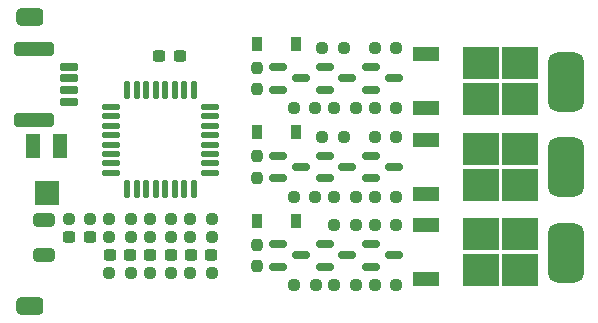
<source format=gbr>
%TF.GenerationSoftware,KiCad,Pcbnew,(6.0.5)*%
%TF.CreationDate,2023-01-05T14:47:55+08:00*%
%TF.ProjectId,Brushless_ESC_STC,42727573-686c-4657-9373-5f4553435f53,rev?*%
%TF.SameCoordinates,Original*%
%TF.FileFunction,Paste,Top*%
%TF.FilePolarity,Positive*%
%FSLAX46Y46*%
G04 Gerber Fmt 4.6, Leading zero omitted, Abs format (unit mm)*
G04 Created by KiCad (PCBNEW (6.0.5)) date 2023-01-05 14:47:55*
%MOMM*%
%LPD*%
G01*
G04 APERTURE LIST*
G04 Aperture macros list*
%AMRoundRect*
0 Rectangle with rounded corners*
0 $1 Rounding radius*
0 $2 $3 $4 $5 $6 $7 $8 $9 X,Y pos of 4 corners*
0 Add a 4 corners polygon primitive as box body*
4,1,4,$2,$3,$4,$5,$6,$7,$8,$9,$2,$3,0*
0 Add four circle primitives for the rounded corners*
1,1,$1+$1,$2,$3*
1,1,$1+$1,$4,$5*
1,1,$1+$1,$6,$7*
1,1,$1+$1,$8,$9*
0 Add four rect primitives between the rounded corners*
20,1,$1+$1,$2,$3,$4,$5,0*
20,1,$1+$1,$4,$5,$6,$7,0*
20,1,$1+$1,$6,$7,$8,$9,0*
20,1,$1+$1,$8,$9,$2,$3,0*%
G04 Aperture macros list end*
%ADD10RoundRect,0.750000X0.750000X-1.750000X0.750000X1.750000X-0.750000X1.750000X-0.750000X-1.750000X0*%
%ADD11RoundRect,0.150000X0.650000X-0.150000X0.650000X0.150000X-0.650000X0.150000X-0.650000X-0.150000X0*%
%ADD12RoundRect,0.300000X1.390000X-0.300000X1.390000X0.300000X-1.390000X0.300000X-1.390000X-0.300000X0*%
%ADD13RoundRect,0.125000X0.625000X0.125000X-0.625000X0.125000X-0.625000X-0.125000X0.625000X-0.125000X0*%
%ADD14RoundRect,0.125000X0.125000X0.625000X-0.125000X0.625000X-0.125000X-0.625000X0.125000X-0.625000X0*%
%ADD15R,1.300000X2.000000*%
%ADD16R,2.000000X2.000000*%
%ADD17RoundRect,0.237500X0.250000X0.237500X-0.250000X0.237500X-0.250000X-0.237500X0.250000X-0.237500X0*%
%ADD18RoundRect,0.237500X-0.250000X-0.237500X0.250000X-0.237500X0.250000X0.237500X-0.250000X0.237500X0*%
%ADD19RoundRect,0.237500X0.237500X-0.250000X0.237500X0.250000X-0.237500X0.250000X-0.237500X-0.250000X0*%
%ADD20R,2.200000X1.200000*%
%ADD21R,3.050000X2.750000*%
%ADD22RoundRect,0.150000X-0.587500X-0.150000X0.587500X-0.150000X0.587500X0.150000X-0.587500X0.150000X0*%
%ADD23RoundRect,0.381000X-0.762000X-0.381000X0.762000X-0.381000X0.762000X0.381000X-0.762000X0.381000X0*%
%ADD24R,0.900000X1.200000*%
%ADD25RoundRect,0.237500X0.300000X0.237500X-0.300000X0.237500X-0.300000X-0.237500X0.300000X-0.237500X0*%
%ADD26RoundRect,0.237500X-0.300000X-0.237500X0.300000X-0.237500X0.300000X0.237500X-0.300000X0.237500X0*%
%ADD27RoundRect,0.250000X0.650000X-0.325000X0.650000X0.325000X-0.650000X0.325000X-0.650000X-0.325000X0*%
G04 APERTURE END LIST*
D10*
%TO.C,J9*%
X136093200Y-140233400D03*
%TD*%
%TO.C,J8*%
X136093200Y-132994400D03*
%TD*%
%TO.C,J7*%
X136093200Y-125755400D03*
%TD*%
D11*
%TO.C,J1*%
X93991000Y-124484000D03*
X93991000Y-125484000D03*
X93991000Y-126484000D03*
X93991000Y-127484000D03*
D12*
X91031000Y-122984000D03*
X91031000Y-128984000D03*
%TD*%
D13*
%TO.C,U2*%
X105902000Y-133483000D03*
X105902000Y-132683000D03*
X105902000Y-131883000D03*
X105902000Y-131083000D03*
X105902000Y-130283000D03*
X105902000Y-129483000D03*
X105902000Y-128683000D03*
X105902000Y-127883000D03*
D14*
X104527000Y-126508000D03*
X103727000Y-126508000D03*
X102927000Y-126508000D03*
X102127000Y-126508000D03*
X101327000Y-126508000D03*
X100527000Y-126508000D03*
X99727000Y-126508000D03*
X98927000Y-126508000D03*
D13*
X97552000Y-127883000D03*
X97552000Y-128683000D03*
X97552000Y-129483000D03*
X97552000Y-130283000D03*
X97552000Y-131083000D03*
X97552000Y-131883000D03*
X97552000Y-132683000D03*
X97552000Y-133483000D03*
D14*
X98927000Y-134858000D03*
X99727000Y-134858000D03*
X100527000Y-134858000D03*
X101327000Y-134858000D03*
X102127000Y-134858000D03*
X102927000Y-134858000D03*
X103727000Y-134858000D03*
X104527000Y-134858000D03*
%TD*%
D15*
%TO.C,RV1*%
X93225000Y-131223000D03*
D16*
X92075000Y-135223000D03*
D15*
X90925000Y-131223000D03*
%TD*%
D17*
%TO.C,R28*%
X99210500Y-137414000D03*
X97385500Y-137414000D03*
%TD*%
%TO.C,R27*%
X102639500Y-137414000D03*
X100814500Y-137414000D03*
%TD*%
D18*
%TO.C,R26*%
X104243500Y-137414000D03*
X106068500Y-137414000D03*
%TD*%
D17*
%TO.C,R25*%
X106068500Y-141986000D03*
X104243500Y-141986000D03*
%TD*%
D18*
%TO.C,R24*%
X100814500Y-141986000D03*
X102639500Y-141986000D03*
%TD*%
%TO.C,R23*%
X97385500Y-141986000D03*
X99210500Y-141986000D03*
%TD*%
%TO.C,R22*%
X97385500Y-138938000D03*
X99210500Y-138938000D03*
%TD*%
%TO.C,R21*%
X100814500Y-138938000D03*
X102639500Y-138938000D03*
%TD*%
D17*
%TO.C,R20*%
X106068500Y-138938000D03*
X104243500Y-138938000D03*
%TD*%
D18*
%TO.C,R19*%
X118260500Y-143002000D03*
X116435500Y-143002000D03*
%TD*%
%TO.C,R18*%
X116435500Y-135509000D03*
X118260500Y-135509000D03*
%TD*%
%TO.C,R17*%
X118260500Y-128016000D03*
X116435500Y-128016000D03*
%TD*%
%TO.C,R16*%
X114855000Y-143002000D03*
X113030000Y-143002000D03*
%TD*%
%TO.C,R15*%
X121689500Y-143002000D03*
X119864500Y-143002000D03*
%TD*%
%TO.C,R14*%
X113006500Y-135509000D03*
X114831500Y-135509000D03*
%TD*%
%TO.C,R13*%
X119864500Y-135509000D03*
X121689500Y-135509000D03*
%TD*%
%TO.C,R12*%
X114831500Y-128016000D03*
X113006500Y-128016000D03*
%TD*%
%TO.C,R11*%
X121689500Y-128016000D03*
X119864500Y-128016000D03*
%TD*%
%TO.C,R10*%
X121689500Y-137922000D03*
X119864500Y-137922000D03*
%TD*%
%TO.C,R9*%
X119864500Y-130429000D03*
X121689500Y-130429000D03*
%TD*%
%TO.C,R8*%
X119864500Y-122936000D03*
X121689500Y-122936000D03*
%TD*%
%TO.C,R7*%
X118260500Y-137922000D03*
X116435500Y-137922000D03*
%TD*%
%TO.C,R6*%
X115419500Y-130429000D03*
X117244500Y-130429000D03*
%TD*%
%TO.C,R5*%
X115419500Y-122936000D03*
X117244500Y-122936000D03*
%TD*%
D19*
%TO.C,R4*%
X109855000Y-139549500D03*
X109855000Y-141374500D03*
%TD*%
%TO.C,R3*%
X109855000Y-133881500D03*
X109855000Y-132056500D03*
%TD*%
%TO.C,R2*%
X109855000Y-126388500D03*
X109855000Y-124563500D03*
%TD*%
D18*
%TO.C,R1*%
X93956500Y-137414000D03*
X95781500Y-137414000D03*
%TD*%
D20*
%TO.C,Q14*%
X124197000Y-142488000D03*
X124197000Y-137928000D03*
D21*
X132172000Y-141733000D03*
X132172000Y-138683000D03*
X128822000Y-141733000D03*
X128822000Y-138683000D03*
%TD*%
%TO.C,Q12*%
X128822000Y-131444000D03*
X128822000Y-134494000D03*
X132172000Y-131444000D03*
X132172000Y-134494000D03*
D20*
X124197000Y-130689000D03*
X124197000Y-135249000D03*
%TD*%
D21*
%TO.C,Q10*%
X128822000Y-124205000D03*
X128822000Y-127255000D03*
X132172000Y-124205000D03*
X132172000Y-127255000D03*
D20*
X124197000Y-123450000D03*
X124197000Y-128010000D03*
%TD*%
D22*
%TO.C,Q9*%
X117523500Y-140462000D03*
X115648500Y-141412000D03*
X115648500Y-139512000D03*
%TD*%
%TO.C,Q8*%
X121460500Y-140462000D03*
X119585500Y-141412000D03*
X119585500Y-139512000D03*
%TD*%
%TO.C,Q7*%
X115648500Y-132019000D03*
X115648500Y-133919000D03*
X117523500Y-132969000D03*
%TD*%
%TO.C,Q6*%
X119585500Y-132019000D03*
X119585500Y-133919000D03*
X121460500Y-132969000D03*
%TD*%
%TO.C,Q5*%
X115648500Y-124526000D03*
X115648500Y-126426000D03*
X117523500Y-125476000D03*
%TD*%
%TO.C,Q4*%
X119585500Y-124526000D03*
X119585500Y-126426000D03*
X121460500Y-125476000D03*
%TD*%
%TO.C,Q3*%
X113586500Y-140462000D03*
X111711500Y-141412000D03*
X111711500Y-139512000D03*
%TD*%
%TO.C,Q2*%
X111711500Y-132019000D03*
X111711500Y-133919000D03*
X113586500Y-132969000D03*
%TD*%
%TO.C,Q1*%
X111711500Y-124526000D03*
X111711500Y-126426000D03*
X113586500Y-125476000D03*
%TD*%
D23*
%TO.C,J6*%
X90678000Y-120269000D03*
%TD*%
%TO.C,J5*%
X90678000Y-144780000D03*
%TD*%
D24*
%TO.C,D3*%
X109856000Y-137541000D03*
X113156000Y-137541000D03*
%TD*%
%TO.C,D2*%
X113156000Y-130048000D03*
X109856000Y-130048000D03*
%TD*%
%TO.C,D1*%
X113156000Y-122555000D03*
X109856000Y-122555000D03*
%TD*%
D25*
%TO.C,C13*%
X106018500Y-140462000D03*
X104293500Y-140462000D03*
%TD*%
D26*
%TO.C,C11*%
X100864500Y-140462000D03*
X102589500Y-140462000D03*
%TD*%
%TO.C,C10*%
X97435500Y-140462000D03*
X99160500Y-140462000D03*
%TD*%
D25*
%TO.C,C4*%
X95731500Y-138938000D03*
X94006500Y-138938000D03*
%TD*%
%TO.C,C3*%
X103351500Y-123571000D03*
X101626500Y-123571000D03*
%TD*%
D27*
%TO.C,C2*%
X91821000Y-140413000D03*
X91821000Y-137463000D03*
%TD*%
M02*

</source>
